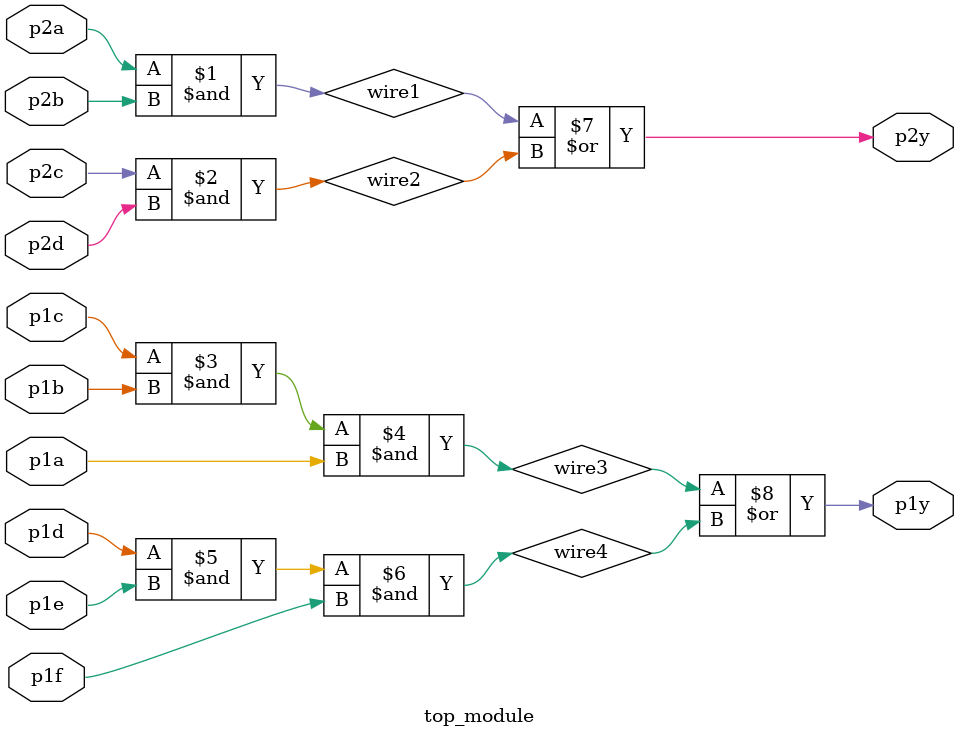
<source format=v>
module top_module ( 
    input p1a, p1b, p1c, p1d, p1e, p1f,
    output p1y,
    input p2a, p2b, p2c, p2d,
    output p2y );
    
    wire wire1, wire2, wire3, wire4;
    
    assign wire1 = p2a & p2b;
    assign wire2 = p2c & p2d;
    assign wire3 = p1c & p1b & p1a;
    assign wire4 = p1d & p1e & p1f;
    assign p2y = wire1 | wire2;
    assign p1y = wire3 | wire4;


endmodule

</source>
